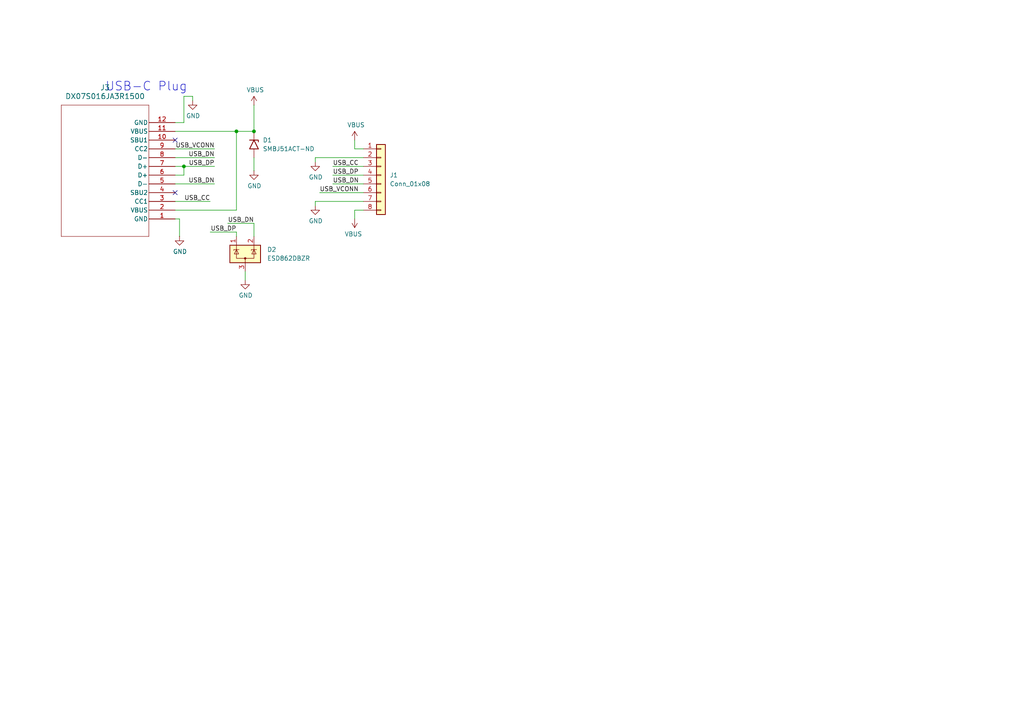
<source format=kicad_sch>
(kicad_sch (version 20250114) (generator "eeschema") (generator_version "9.0")
  (paper "A4")
  (title_block (title "Expansion Card Template") (date "2020-12-12") (rev "X1") (company "Framework") (comment 1 "This work is licensed under a Creative Commons Attribution 4.0 International License") (comment 4 "https://frame.work"))
  (lib_symbols
    (symbol "Connector_Generic:Conn_01x08" (pin_names (offset 1.016) (hide yes))
      (property "Reference" "J" (at 0 10.16 0))
      (property "Value" "Conn_01x08" (at 0 -12.7 0))
      (symbol "Conn_01x08_1_1"
        (rectangle (start -1.27 8.89) (end 1.27 -11.43) (stroke (width 0.254)) (fill (type background)))
        (rectangle (start -1.27 7.747) (end 0 7.493) (stroke (width 0.1524)))
        (rectangle (start -1.27 5.207) (end 0 4.953) (stroke (width 0.1524)))
        (rectangle (start -1.27 2.667) (end 0 2.413) (stroke (width 0.1524)))
        (rectangle (start -1.27 0.127) (end 0 -0.127) (stroke (width 0.1524)))
        (rectangle (start -1.27 -2.413) (end 0 -2.667) (stroke (width 0.1524)))
        (rectangle (start -1.27 -4.953) (end 0 -5.207) (stroke (width 0.1524)))
        (rectangle (start -1.27 -7.493) (end 0 -7.747) (stroke (width 0.1524)))
        (rectangle (start -1.27 -10.033) (end 0 -10.287) (stroke (width 0.1524)))
        (pin passive line (at -5.08 7.62 0) (length 3.81) (name "Pin_1") (number "1"))
        (pin passive line (at -5.08 5.08 0) (length 3.81) (name "Pin_2") (number "2"))
        (pin passive line (at -5.08 2.54 0) (length 3.81) (name "Pin_3") (number "3"))
        (pin passive line (at -5.08 0 0) (length 3.81) (name "Pin_4") (number "4"))
        (pin passive line (at -5.08 -2.54 0) (length 3.81) (name "Pin_5") (number "5"))
        (pin passive line (at -5.08 -5.08 0) (length 3.81) (name "Pin_6") (number "6"))
        (pin passive line (at -5.08 -7.62 0) (length 3.81) (name "Pin_7") (number "7"))
        (pin passive line (at -5.08 -10.16 0) (length 3.81) (name "Pin_8") (number "8"))
      )
    )
    (symbol "Diode:SMF20A" (pin_numbers (hide yes)) (pin_names (offset 1.016) (hide yes))
      (property "Reference" "D" (at 0 2.54 0))
      (property "Value" "SMF20A" (at 0 -2.54 0))
      (symbol "SMF20A_0_1"
        (polyline (pts (xy -0.762 1.27) (xy -1.27 1.27) (xy -1.27 -1.27)) (stroke (width 0.254)))
        (polyline (pts (xy 1.27 1.27) (xy 1.27 -1.27) (xy -1.27 0) (xy 1.27 1.27)) (stroke (width 0.254)))
      )
      (symbol "SMF20A_1_1"
        (pin passive line (at -3.81 0 0) (length 2.54) (name "A1") (number "1"))
        (pin passive line (at 3.81 0 180) (length 2.54) (name "A2") (number "2"))
      )
    )
    (symbol "Mag_Charger:DX07S016JA3R1500" (pin_names (offset 0.254))
      (property "Reference" "J" (at 20.32 10.16 0))
      (property "Value" "DX07S016JA3R1500" (at 20.32 7.62 0))
      (symbol "DX07S016JA3R1500_1_1"
        (polyline (pts (xy 7.62 5.08) (xy 7.62 -33.02)) (stroke (width 0.127)))
        (polyline (pts (xy 7.62 -33.02) (xy 33.02 -33.02)) (stroke (width 0.127)))
        (polyline (pts (xy 33.02 5.08) (xy 7.62 5.08)) (stroke (width 0.127)))
        (polyline (pts (xy 33.02 -33.02) (xy 33.02 5.08)) (stroke (width 0.127)))
        (pin power_out line (at 0 0 0) (length 7.62) (name "GND") (number "1"))
        (pin power_in line (at 0 -2.54 0) (length 7.62) (name "VBUS") (number "2"))
        (pin bidirectional line (at 0 -5.08 0) (length 7.62) (name "CC1") (number "3"))
        (pin bidirectional line (at 0 -7.62 0) (length 7.62) (name "SBU2") (number "4"))
        (pin bidirectional line (at 0 -10.16 0) (length 7.62) (name "D-") (number "5"))
        (pin bidirectional line (at 0 -12.7 0) (length 7.62) (name "D+") (number "6"))
        (pin bidirectional line (at 0 -15.24 0) (length 7.62) (name "D+") (number "7"))
        (pin bidirectional line (at 0 -17.78 0) (length 7.62) (name "D-") (number "8"))
        (pin bidirectional line (at 0 -20.32 0) (length 7.62) (name "CC2") (number "9"))
        (pin bidirectional line (at 0 -22.86 0) (length 7.62) (name "SBU1") (number "10"))
        (pin power_in line (at 0 -25.4 0) (length 7.62) (name "VBUS") (number "11"))
        (pin power_out line (at 0 -27.94 0) (length 7.62) (name "GND") (number "12"))
      )
      (symbol "DX07S016JA3R1500_1_2"
        (polyline (pts (xy 5.08 2.54) (xy 5.08 -30.48)) (stroke (width 0.127)))
        (polyline (pts (xy 5.08 -30.48) (xy 12.7 -30.48)) (stroke (width 0.127)))
        (polyline (pts (xy 7.62 0) (xy 5.08 0)) (stroke (width 0.127)))
        (polyline (pts (xy 7.62 0) (xy 8.89 0.8467)) (stroke (width 0.127)))
        (polyline (pts (xy 7.62 0) (xy 8.89 -0.8467)) (stroke (width 0.127)))
        (polyline (pts (xy 7.62 -2.54) (xy 5.08 -2.54)) (stroke (width 0.127)))
        (polyline (pts (xy 7.62 -2.54) (xy 8.89 -1.6933)) (stroke (width 0.127)))
        (polyline (pts (xy 7.62 -2.54) (xy 8.89 -3.3867)) (stroke (width 0.127)))
        (polyline (pts (xy 7.62 -5.08) (xy 5.08 -5.08)) (stroke (width 0.127)))
        (polyline (pts (xy 7.62 -5.08) (xy 8.89 -4.2333)) (stroke (width 0.127)))
        (polyline (pts (xy 7.62 -5.08) (xy 8.89 -5.9267)) (stroke (width 0.127)))
        (polyline (pts (xy 7.62 -7.62) (xy 5.08 -7.62)) (stroke (width 0.127)))
        (polyline (pts (xy 7.62 -7.62) (xy 8.89 -6.7733)) (stroke (width 0.127)))
        (polyline (pts (xy 7.62 -7.62) (xy 8.89 -8.4667)) (stroke (width 0.127)))
        (polyline (pts (xy 7.62 -10.16) (xy 5.08 -10.16)) (stroke (width 0.127)))
        (polyline (pts (xy 7.62 -10.16) (xy 8.89 -9.3133)) (stroke (width 0.127)))
        (polyline (pts (xy 7.62 -10.16) (xy 8.89 -11.0067)) (stroke (width 0.127)))
        (polyline (pts (xy 7.62 -12.7) (xy 5.08 -12.7)) (stroke (width 0.127)))
        (polyline (pts (xy 7.62 -12.7) (xy 8.89 -11.8533)) (stroke (width 0.127)))
        (polyline (pts (xy 7.62 -12.7) (xy 8.89 -13.5467)) (stroke (width 0.127)))
        (polyline (pts (xy 7.62 -15.24) (xy 5.08 -15.24)) (stroke (width 0.127)))
        (polyline (pts (xy 7.62 -15.24) (xy 8.89 -14.3933)) (stroke (width 0.127)))
        (polyline (pts (xy 7.62 -15.24) (xy 8.89 -16.0867)) (stroke (width 0.127)))
        (polyline (pts (xy 7.62 -17.78) (xy 5.08 -17.78)) (stroke (width 0.127)))
        (polyline (pts (xy 7.62 -17.78) (xy 8.89 -16.9333)) (stroke (width 0.127)))
        (polyline (pts (xy 7.62 -17.78) (xy 8.89 -18.6267)) (stroke (width 0.127)))
        (polyline (pts (xy 7.62 -20.32) (xy 5.08 -20.32)) (stroke (width 0.127)))
        (polyline (pts (xy 7.62 -20.32) (xy 8.89 -19.4733)) (stroke (width 0.127)))
        (polyline (pts (xy 7.62 -20.32) (xy 8.89 -21.1667)) (stroke (width 0.127)))
        (polyline (pts (xy 7.62 -22.86) (xy 5.08 -22.86)) (stroke (width 0.127)))
        (polyline (pts (xy 7.62 -22.86) (xy 8.89 -22.0133)) (stroke (width 0.127)))
        (polyline (pts (xy 7.62 -22.86) (xy 8.89 -23.7067)) (stroke (width 0.127)))
        (polyline (pts (xy 7.62 -25.4) (xy 5.08 -25.4)) (stroke (width 0.127)))
        (polyline (pts (xy 7.62 -25.4) (xy 8.89 -24.5533)) (stroke (width 0.127)))
        (polyline (pts (xy 7.62 -25.4) (xy 8.89 -26.2467)) (stroke (width 0.127)))
        (polyline (pts (xy 7.62 -27.94) (xy 5.08 -27.94)) (stroke (width 0.127)))
        (polyline (pts (xy 7.62 -27.94) (xy 8.89 -27.0933)) (stroke (width 0.127)))
        (polyline (pts (xy 7.62 -27.94) (xy 8.89 -28.7867)) (stroke (width 0.127)))
        (polyline (pts (xy 12.7 2.54) (xy 5.08 2.54)) (stroke (width 0.127)))
        (polyline (pts (xy 12.7 -30.48) (xy 12.7 2.54)) (stroke (width 0.127)))
        (pin power_out line (at 0 0 0) (length 5.08) (name "1") (number "1"))
        (pin power_in line (at 0 -2.54 0) (length 5.08) (name "2") (number "2"))
        (pin bidirectional line (at 0 -5.08 0) (length 5.08) (name "3") (number "3"))
        (pin bidirectional line (at 0 -7.62 0) (length 5.08) (name "4") (number "4"))
        (pin bidirectional line (at 0 -10.16 0) (length 5.08) (name "5") (number "5"))
        (pin bidirectional line (at 0 -12.7 0) (length 5.08) (name "6") (number "6"))
        (pin bidirectional line (at 0 -15.24 0) (length 5.08) (name "7") (number "7"))
        (pin bidirectional line (at 0 -17.78 0) (length 5.08) (name "8") (number "8"))
        (pin bidirectional line (at 0 -20.32 0) (length 5.08) (name "9") (number "9"))
        (pin bidirectional line (at 0 -22.86 0) (length 5.08) (name "10") (number "10"))
        (pin power_in line (at 0 -25.4 0) (length 5.08) (name "11") (number "11"))
        (pin power_out line (at 0 -27.94 0) (length 5.08) (name "12") (number "12"))
      )
    )
    (symbol "Mag_Charger:ESD862DBZR" (pin_names (hide yes))
      (property "Reference" "D" (at 5.715 2.54 0))
      (property "Value" "ESD862DBZR" (at 5.715 0.635 0))
      (symbol "ESD862DBZR_0_0"
        (pin passive line (at 0 -5.08 90) (length 2.54) (name "A") (number "3"))
      )
      (symbol "ESD862DBZR_0_1"
        (rectangle (start -4.445 2.54) (end 4.445 -2.54) (stroke (width 0.254)) (fill (type background)))
        (polyline (pts (xy -3.302 1.016) (xy -3.302 1.27) (xy -1.905 1.27) (xy -1.778 1.27)))
        (polyline (pts (xy -2.54 2.54) (xy -2.54 1.27)))
        (polyline (pts (xy -2.54 1.27) (xy -2.54 -1.27) (xy 2.54 -1.27) (xy 2.54 1.27)))
        (polyline (pts (xy -2.54 1.27) (xy -1.905 0) (xy -3.175 0) (xy -2.54 1.27)))
        (polyline (pts (xy 0 -1.27) (xy 0 -2.54)))
        (circle (center 0 -1.27) (radius 0.254) (fill (type outline)))
        (polyline (pts (xy 1.778 1.016) (xy 1.778 1.27) (xy 3.175 1.27) (xy 3.302 1.27)))
        (polyline (pts (xy 2.54 2.54) (xy 2.54 1.27)))
        (polyline (pts (xy 2.54 1.27) (xy 1.905 0) (xy 3.175 0) (xy 2.54 1.27)))
      )
      (symbol "ESD862DBZR_1_1"
        (pin passive line (at -2.54 5.08 270) (length 2.54) (name "K") (number "1"))
        (pin passive line (at 2.54 5.08 270) (length 2.54) (name "K") (number "2"))
      )
    )
    (symbol "power:GND" (power) (pin_numbers (hide yes)) (pin_names (offset 0) (hide yes))
      (property "Value" "GND" (at 0 -3.81 0))
      (symbol "GND_0_1"
        (polyline (pts (xy 0 0) (xy 0 -1.27) (xy 1.27 -1.27) (xy 0 -2.54) (xy -1.27 -1.27) (xy 0 -1.27)))
      )
      (symbol "GND_1_1"
        (pin power_in line (at 0 0 270) (length 0) (name "~") (number "1"))
      )
    )
    (symbol "power:VBUS" (power) (pin_numbers (hide yes)) (pin_names (offset 0) (hide yes))
      (property "Value" "VBUS" (at 0 3.556 0))
      (symbol "VBUS_0_1"
        (polyline (pts (xy -0.762 1.27) (xy 0 2.54)))
        (polyline (pts (xy 0 2.54) (xy 0.762 1.27)))
        (polyline (pts (xy 0 0) (xy 0 2.54)))
      )
      (symbol "VBUS_1_1"
        (pin power_in line (at 0 0 90) (length 0) (name "~") (number "1"))
      )
    )
  )
  (text "USB-C Plug" (at 30.48 26.67 0) (effects (font (size 2.54 2.54)) (justify left bottom)))
  (junction (at 73.66 38.1))
  (junction (at 68.58 38.1))
  (junction (at 53.34 48.26))
  (no_connect (at 50.8 55.88))
  (no_connect (at 50.8 40.64))
  (wire (pts (xy 71.12 78.74) (xy 71.12 81.28)))
  (wire (pts (xy 102.87 60.96) (xy 102.87 63.5)))
  (wire (pts (xy 73.66 49.53) (xy 73.66 45.72)))
  (wire (pts (xy 50.8 53.34) (xy 62.23 53.34)))
  (wire (pts (xy 96.52 53.34) (xy 105.41 53.34)))
  (wire (pts (xy 50.8 50.8) (xy 53.34 50.8)))
  (wire (pts (xy 105.41 60.96) (xy 102.87 60.96)))
  (wire (pts (xy 73.66 68.58) (xy 73.66 64.77)))
  (wire (pts (xy 60.96 67.31) (xy 68.58 67.31)))
  (wire (pts (xy 91.44 58.42) (xy 91.44 59.69)))
  (wire (pts (xy 53.34 48.26) (xy 62.23 48.26)))
  (wire (pts (xy 68.58 38.1) (xy 73.66 38.1)))
  (wire (pts (xy 96.52 48.26) (xy 105.41 48.26)))
  (wire (pts (xy 50.8 58.42) (xy 60.96 58.42)))
  (wire (pts (xy 68.58 60.96) (xy 68.58 38.1)))
  (wire (pts (xy 53.34 35.56) (xy 53.34 27.94)))
  (wire (pts (xy 50.8 48.26) (xy 53.34 48.26)))
  (wire (pts (xy 92.71 55.88) (xy 105.41 55.88)))
  (wire (pts (xy 50.8 43.18) (xy 62.23 43.18)))
  (wire (pts (xy 68.58 67.31) (xy 68.58 68.58)))
  (wire (pts (xy 53.34 50.8) (xy 53.34 48.26)))
  (wire (pts (xy 55.88 27.94) (xy 55.88 29.21)))
  (wire (pts (xy 50.8 35.56) (xy 53.34 35.56)))
  (wire (pts (xy 91.44 46.99) (xy 91.44 45.72)))
  (wire (pts (xy 50.8 38.1) (xy 68.58 38.1)))
  (wire (pts (xy 50.8 45.72) (xy 62.23 45.72)))
  (wire (pts (xy 50.8 60.96) (xy 68.58 60.96)))
  (wire (pts (xy 96.52 50.8) (xy 105.41 50.8)))
  (wire (pts (xy 102.87 43.18) (xy 102.87 40.64)))
  (wire (pts (xy 91.44 45.72) (xy 105.41 45.72)))
  (wire (pts (xy 50.8 63.5) (xy 52.07 63.5)))
  (wire (pts (xy 105.41 43.18) (xy 102.87 43.18)))
  (wire (pts (xy 53.34 27.94) (xy 55.88 27.94)))
  (wire (pts (xy 105.41 58.42) (xy 91.44 58.42)))
  (wire (pts (xy 73.66 38.1) (xy 73.66 30.48)))
  (wire (pts (xy 52.07 63.5) (xy 52.07 68.58)))
  (wire (pts (xy 66.04 64.77) (xy 73.66 64.77)))
  (label "USB_DN" (at 96.52 53.34 0))
  (label "USB_VCONN" (at 62.23 43.18 180))
  (label "USB_DN" (at 62.23 53.34 180))
  (label "USB_CC" (at 60.96 58.42 180))
  (label "USB_DP" (at 68.58 67.31 180))
  (label "USB_DN" (at 73.66 64.77 180))
  (label "USB_CC" (at 96.52 48.26 0))
  (label "USB_DP" (at 96.52 50.8 0))
  (label "USB_VCONN" (at 92.71 55.88 0))
  (label "USB_DN" (at 62.23 45.72 180))
  (label "USB_DP" (at 62.23 48.26 180))
  (symbol (lib_id "power:GND") (at 52.07 68.58 0) (unit 1)
    (property "Reference" "#PWR01" (effects (hide yes)))
    (property "Value" "GND" (at 52.197 72.9742 0))
  )
  (symbol (lib_id "power:VBUS") (at 73.66 30.48 0) (unit 1)
    (property "Reference" "#PWR02" (effects (hide yes)))
    (property "Value" "VBUS" (at 74.041 26.0858 0))
  )
  (symbol (lib_id "power:GND") (at 73.66 49.53 0) (unit 1)
    (property "Reference" "#PWR03" (effects (hide yes)))
    (property "Value" "GND" (at 73.787 53.9242 0))
  )
  (symbol (lib_id "Diode:SMF20A") (at 73.66 41.91 270) (unit 1)
    (property "Reference" "D1" (at 76.2 40.6399 90) (effects (justify left)))
    (property "Value" "SMBJ51ACT-ND" (at 76.2 43.1799 90) (effects (justify left)))
    (property "Footprint" "D_SMB_Handsoldering" (effects (hide yes)))
    (property "Datasheet" "https://www.diodes.com/assets/Datasheets/ds19002.pdf" (effects (hide yes)))
    (property "Description" "TVS DIODE 51VWM 82.4VC DO214AA" (effects (hide yes)))
  )
  (symbol (lib_id "power:GND") (at 91.44 46.99 0) (unit 1)
    (property "Reference" "#PWR07" (effects (hide yes)))
    (property "Value" "GND" (at 91.567 51.3842 0))
  )
  (symbol (lib_id "power:VBUS") (at 102.87 63.5 180) (unit 1)
    (property "Reference" "#PWR05" (effects (hide yes)))
    (property "Value" "VBUS" (at 102.489 67.8942 0))
  )
  (symbol (lib_id "power:GND") (at 91.44 59.69 0) (unit 1)
    (property "Reference" "#PWR06" (effects (hide yes)))
    (property "Value" "GND" (at 91.567 64.0842 0))
  )
  (symbol (lib_id "power:GND") (at 71.12 81.28 0) (unit 1)
    (property "Reference" "#PWR08" (effects (hide yes)))
    (property "Value" "GND" (at 71.247 85.6742 0))
  )
  (symbol (lib_id "Mag_Charger:ESD862DBZR") (at 71.12 73.66 0) (unit 1)
    (property "Reference" "D2" (at 77.47 72.3899 0) (effects (justify left)))
    (property "Value" "ESD862DBZR" (at 77.47 74.9299 0) (effects (justify left)))
    (property "Footprint" "SOT-23_Handsoldering" (effects (hide yes)))
    (property "Datasheet" "https://www.st.com/resource/en/datasheet/esdal.pdf" (effects (hide yes)))
    (property "Description" "TVS DIODE 36VWM 61VC SOT-23-3" (effects (hide yes)))
  )
  (symbol (lib_id "Connector_Generic:Conn_01x08") (at 110.49 50.8 0) (unit 1)
    (property "Reference" "J1" (at 113.03 50.7999 0) (effects (justify left)))
    (property "Value" "Conn_01x08" (at 113.03 53.3399 0) (effects (justify left)))
    (property "Footprint" "Mag Charger:Mag Connector" (effects (hide yes)))
    (property "Description" "Generic connector, single row, 01x08, script generated (kicad-library-utils/schlib/autogen/connector/)" (effects (hide yes)))
  )
  (symbol (lib_id "power:VBUS") (at 102.87 40.64 0) (unit 1)
    (property "Reference" "#PWR04" (effects (hide yes)))
    (property "Value" "VBUS" (at 103.251 36.2458 0))
  )
  (symbol (lib_id "power:GND") (at 55.88 29.21 0) (unit 1)
    (property "Reference" "#PWR09" (effects (hide yes)))
    (property "Value" "GND" (at 56.007 33.6042 0))
  )
  (symbol (lib_id "Mag_Charger:DX07S016JA3R1500") (at 50.8 63.5 180) (unit 1)
    (property "Reference" "J3" (at 30.48 25.4 0) (effects (font (size 1.524 1.524))))
    (property "Value" "DX07S016JA3R1500" (at 30.48 27.94 0) (effects (font (size 1.524 1.524))))
    (property "Footprint" "Mag Charger:USB C Socket" (effects (hide yes)))
    (property "Datasheet" "DX07S016JA3R1500" (effects (hide yes)))
  )
)
</source>
